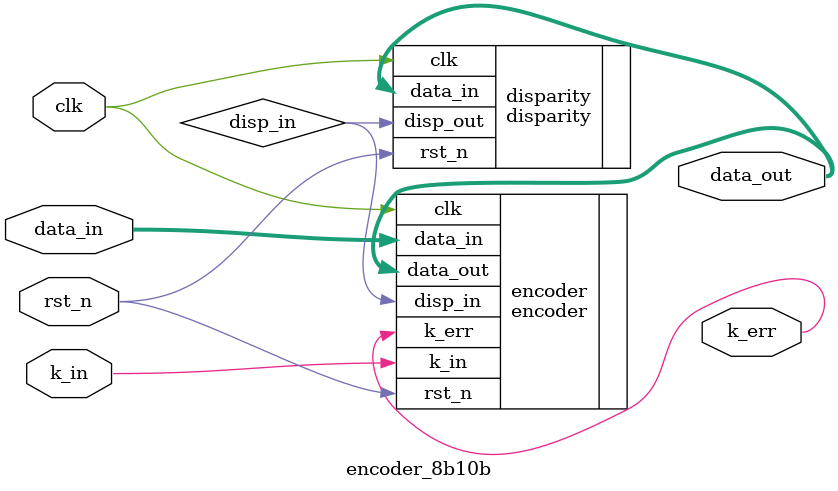
<source format=v>

module encoder_8b10b (clk,
                      rst_n,
                      k_in,
                      data_in,
                      k_err,
                      data_out);

  input        clk;     //clock for 8b10b
  input        rst_n;   //active low reset
  input        k_in;    //K/D symbol
  input  [7:0] data_in; //data input
  output [9:0] data_out;//data outpur
  output       k_err;   //K symbol error
  
  wire disp_in;
  
  encoder encoder ( 
            .clk       (clk),
            .rst_n     (rst_n),
            .disp_in   (disp_in),
            .data_in   (data_in),
            .k_in      (k_in),
            .k_err     (k_err),
            .data_out  (data_out)
            );
  
  disparity disparity ( 
            .clk       (clk),
            .rst_n     (rst_n),
            .data_in   (data_out),
            .disp_out  (disp_in)
            );
  
endmodule


</source>
